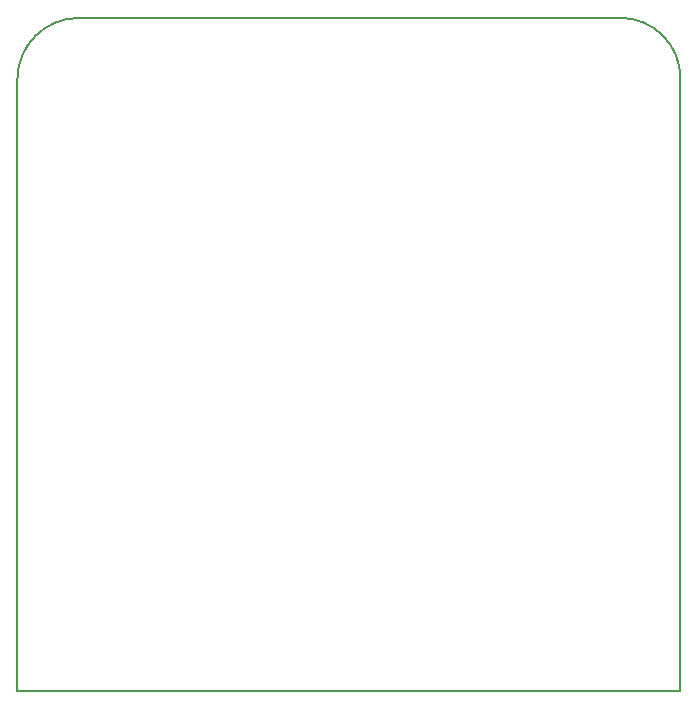
<source format=gko>
G04*
G04 #@! TF.GenerationSoftware,Altium Limited,Altium Designer,22.8.2 (66)*
G04*
G04 Layer_Color=16711935*
%FSLAX44Y44*%
%MOMM*%
G71*
G04*
G04 #@! TF.SameCoordinates,DB24DA2D-5A1C-4FC3-BAC6-6F5E0011B9E5*
G04*
G04*
G04 #@! TF.FilePolarity,Positive*
G04*
G01*
G75*
%ADD90C,0.1270*%
D90*
X53086Y570230D02*
G03*
X1016Y518160I0J-52070D01*
G01*
X562356Y519430D02*
G03*
X511556Y570230I-50800J0D01*
G01*
X562356Y518160D02*
Y519430D01*
Y0D02*
Y518160D01*
X1016Y0D02*
X562356D01*
X1016D02*
Y518160D01*
X53086Y570230D02*
X511556D01*
M02*

</source>
